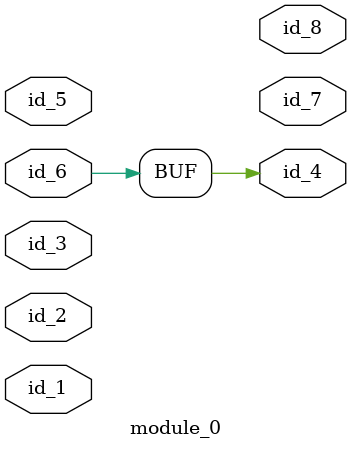
<source format=v>
module module_0 (
    id_1,
    id_2,
    id_3,
    id_4,
    id_5,
    id_6,
    id_7,
    id_8
);
  output id_8;
  output id_7;
  input id_6;
  input id_5;
  output id_4;
  input id_3;
  inout id_2;
  input id_1;
  always @(id_1) id_4 = id_6;
endmodule

</source>
